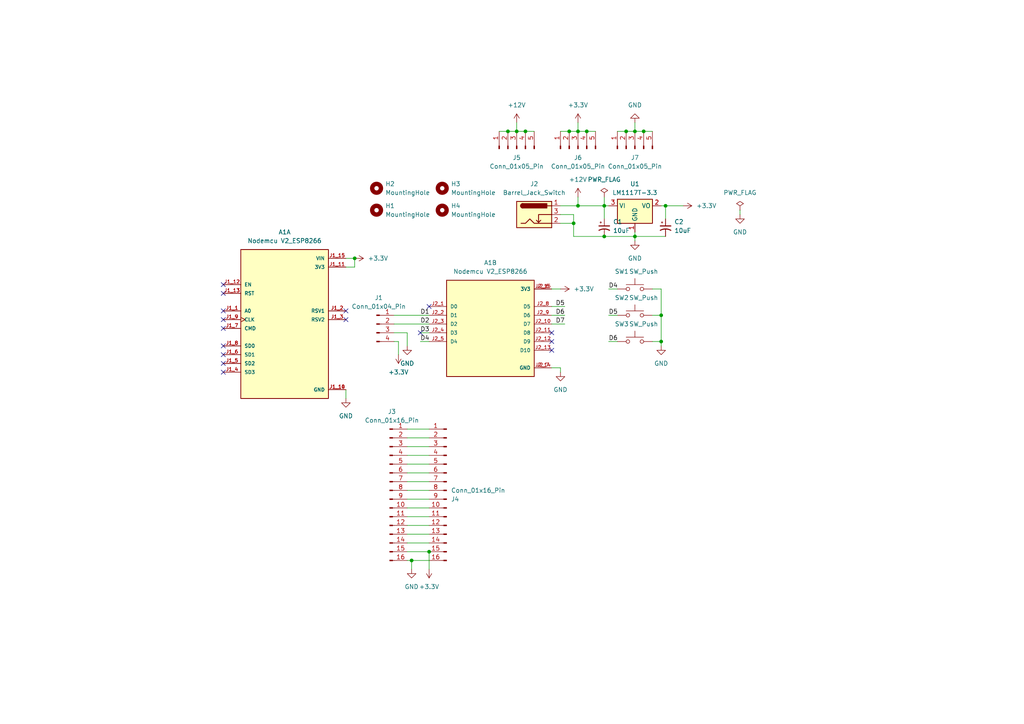
<source format=kicad_sch>
(kicad_sch (version 20230121) (generator eeschema)
  (paper "A4")
  (lib_symbols
    (symbol "Connector:Barrel_Jack_Switch" (pin_names hide)
      (property "Reference" "J" (at 0 5.334 0))
      (property "Value" "Barrel_Jack_Switch" (at 0 -5.08 0))
      (symbol "Barrel_Jack_Switch_0_1"
        (rectangle (start -5.08 3.81) (end 5.08 -3.81) (stroke (width 0.254)) (fill (type background)))
        (arc (start -3.302 3.175) (mid -3.9343 2.54) (end -3.302 1.905) (stroke (width 0.254)))
        (arc (start -3.302 3.175) (mid -3.9343 2.54) (end -3.302 1.905) (stroke (width 0.254)) (fill (type outline)))
        (polyline (pts (xy 1.27 -2.286) (xy 1.905 -1.651)) (stroke (width 0.254)))
        (polyline (pts (xy 5.08 2.54) (xy 3.81 2.54)) (stroke (width 0.254)))
        (polyline (pts (xy 5.08 0) (xy 1.27 0) (xy 1.27 -2.286) (xy 0.635 -1.651)) (stroke (width 0.254)))
        (polyline (pts (xy -3.81 -2.54) (xy -2.54 -2.54) (xy -1.27 -1.27) (xy 0 -2.54) (xy 2.54 -2.54) (xy 5.08 -2.54)) (stroke (width 0.254)))
        (rectangle (start 3.683 3.175) (end -3.302 1.905) (stroke (width 0.254)) (fill (type outline)))
      )
      (symbol "Barrel_Jack_Switch_1_1"
        (pin passive line (at 7.62 2.54 180) (length 2.54) (name "~") (number "1"))
        (pin passive line (at 7.62 -2.54 180) (length 2.54) (name "~") (number "2"))
        (pin passive line (at 7.62 0 180) (length 2.54) (name "~") (number "3"))
      )
    )
    (symbol "Connector:Conn_01x04_Pin" (pin_names (offset 1.016) hide)
      (property "Reference" "J" (at 0 5.08 0))
      (property "Value" "Conn_01x04_Pin" (at 0 -7.62 0))
      (symbol "Conn_01x04_Pin_1_1"
        (polyline (pts (xy 1.27 -5.08) (xy 0.8636 -5.08)) (stroke (width 0.1524)))
        (polyline (pts (xy 1.27 -2.54) (xy 0.8636 -2.54)) (stroke (width 0.1524)))
        (polyline (pts (xy 1.27 0) (xy 0.8636 0)) (stroke (width 0.1524)))
        (polyline (pts (xy 1.27 2.54) (xy 0.8636 2.54)) (stroke (width 0.1524)))
        (rectangle (start 0.8636 -4.953) (end 0 -5.207) (stroke (width 0.1524)) (fill (type outline)))
        (rectangle (start 0.8636 -2.413) (end 0 -2.667) (stroke (width 0.1524)) (fill (type outline)))
        (rectangle (start 0.8636 0.127) (end 0 -0.127) (stroke (width 0.1524)) (fill (type outline)))
        (rectangle (start 0.8636 2.667) (end 0 2.413) (stroke (width 0.1524)) (fill (type outline)))
        (pin passive line (at 5.08 2.54 180) (length 3.81) (name "Pin_1") (number "1"))
        (pin passive line (at 5.08 0 180) (length 3.81) (name "Pin_2") (number "2"))
        (pin passive line (at 5.08 -2.54 180) (length 3.81) (name "Pin_3") (number "3"))
        (pin passive line (at 5.08 -5.08 180) (length 3.81) (name "Pin_4") (number "4"))
      )
    )
    (symbol "Connector:Conn_01x05_Pin" (pin_names (offset 1.016) hide)
      (property "Reference" "J" (at 0 7.62 0))
      (property "Value" "Conn_01x05_Pin" (at 0 -7.62 0))
      (symbol "Conn_01x05_Pin_1_1"
        (polyline (pts (xy 1.27 -5.08) (xy 0.8636 -5.08)) (stroke (width 0.1524)))
        (polyline (pts (xy 1.27 -2.54) (xy 0.8636 -2.54)) (stroke (width 0.1524)))
        (polyline (pts (xy 1.27 0) (xy 0.8636 0)) (stroke (width 0.1524)))
        (polyline (pts (xy 1.27 2.54) (xy 0.8636 2.54)) (stroke (width 0.1524)))
        (polyline (pts (xy 1.27 5.08) (xy 0.8636 5.08)) (stroke (width 0.1524)))
        (rectangle (start 0.8636 -4.953) (end 0 -5.207) (stroke (width 0.1524)) (fill (type outline)))
        (rectangle (start 0.8636 -2.413) (end 0 -2.667) (stroke (width 0.1524)) (fill (type outline)))
        (rectangle (start 0.8636 0.127) (end 0 -0.127) (stroke (width 0.1524)) (fill (type outline)))
        (rectangle (start 0.8636 2.667) (end 0 2.413) (stroke (width 0.1524)) (fill (type outline)))
        (rectangle (start 0.8636 5.207) (end 0 4.953) (stroke (width 0.1524)) (fill (type outline)))
        (pin passive line (at 5.08 5.08 180) (length 3.81) (name "Pin_1") (number "1"))
        (pin passive line (at 5.08 2.54 180) (length 3.81) (name "Pin_2") (number "2"))
        (pin passive line (at 5.08 0 180) (length 3.81) (name "Pin_3") (number "3"))
        (pin passive line (at 5.08 -2.54 180) (length 3.81) (name "Pin_4") (number "4"))
        (pin passive line (at 5.08 -5.08 180) (length 3.81) (name "Pin_5") (number "5"))
      )
    )
    (symbol "Connector:Conn_01x16_Pin" (pin_names (offset 1.016) hide)
      (property "Reference" "J" (at 0 20.32 0))
      (property "Value" "Conn_01x16_Pin" (at 0 -22.86 0))
      (symbol "Conn_01x16_Pin_1_1"
        (polyline (pts (xy 1.27 -20.32) (xy 0.8636 -20.32)) (stroke (width 0.1524)))
        (polyline (pts (xy 1.27 -17.78) (xy 0.8636 -17.78)) (stroke (width 0.1524)))
        (polyline (pts (xy 1.27 -15.24) (xy 0.8636 -15.24)) (stroke (width 0.1524)))
        (polyline (pts (xy 1.27 -12.7) (xy 0.8636 -12.7)) (stroke (width 0.1524)))
        (polyline (pts (xy 1.27 -10.16) (xy 0.8636 -10.16)) (stroke (width 0.1524)))
        (polyline (pts (xy 1.27 -7.62) (xy 0.8636 -7.62)) (stroke (width 0.1524)))
        (polyline (pts (xy 1.27 -5.08) (xy 0.8636 -5.08)) (stroke (width 0.1524)))
        (polyline (pts (xy 1.27 -2.54) (xy 0.8636 -2.54)) (stroke (width 0.1524)))
        (polyline (pts (xy 1.27 0) (xy 0.8636 0)) (stroke (width 0.1524)))
        (polyline (pts (xy 1.27 2.54) (xy 0.8636 2.54)) (stroke (width 0.1524)))
        (polyline (pts (xy 1.27 5.08) (xy 0.8636 5.08)) (stroke (width 0.1524)))
        (polyline (pts (xy 1.27 7.62) (xy 0.8636 7.62)) (stroke (width 0.1524)))
        (polyline (pts (xy 1.27 10.16) (xy 0.8636 10.16)) (stroke (width 0.1524)))
        (polyline (pts (xy 1.27 12.7) (xy 0.8636 12.7)) (stroke (width 0.1524)))
        (polyline (pts (xy 1.27 15.24) (xy 0.8636 15.24)) (stroke (width 0.1524)))
        (polyline (pts (xy 1.27 17.78) (xy 0.8636 17.78)) (stroke (width 0.1524)))
        (rectangle (start 0.8636 -20.193) (end 0 -20.447) (stroke (width 0.1524)) (fill (type outline)))
        (rectangle (start 0.8636 -17.653) (end 0 -17.907) (stroke (width 0.1524)) (fill (type outline)))
        (rectangle (start 0.8636 -15.113) (end 0 -15.367) (stroke (width 0.1524)) (fill (type outline)))
        (rectangle (start 0.8636 -12.573) (end 0 -12.827) (stroke (width 0.1524)) (fill (type outline)))
        (rectangle (start 0.8636 -10.033) (end 0 -10.287) (stroke (width 0.1524)) (fill (type outline)))
        (rectangle (start 0.8636 -7.493) (end 0 -7.747) (stroke (width 0.1524)) (fill (type outline)))
        (rectangle (start 0.8636 -4.953) (end 0 -5.207) (stroke (width 0.1524)) (fill (type outline)))
        (rectangle (start 0.8636 -2.413) (end 0 -2.667) (stroke (width 0.1524)) (fill (type outline)))
        (rectangle (start 0.8636 0.127) (end 0 -0.127) (stroke (width 0.1524)) (fill (type outline)))
        (rectangle (start 0.8636 2.667) (end 0 2.413) (stroke (width 0.1524)) (fill (type outline)))
        (rectangle (start 0.8636 5.207) (end 0 4.953) (stroke (width 0.1524)) (fill (type outline)))
        (rectangle (start 0.8636 7.747) (end 0 7.493) (stroke (width 0.1524)) (fill (type outline)))
        (rectangle (start 0.8636 10.287) (end 0 10.033) (stroke (width 0.1524)) (fill (type outline)))
        (rectangle (start 0.8636 12.827) (end 0 12.573) (stroke (width 0.1524)) (fill (type outline)))
        (rectangle (start 0.8636 15.367) (end 0 15.113) (stroke (width 0.1524)) (fill (type outline)))
        (rectangle (start 0.8636 17.907) (end 0 17.653) (stroke (width 0.1524)) (fill (type outline)))
        (pin passive line (at 5.08 17.78 180) (length 3.81) (name "Pin_1") (number "1"))
        (pin passive line (at 5.08 -5.08 180) (length 3.81) (name "Pin_10") (number "10"))
        (pin passive line (at 5.08 -7.62 180) (length 3.81) (name "Pin_11") (number "11"))
        (pin passive line (at 5.08 -10.16 180) (length 3.81) (name "Pin_12") (number "12"))
        (pin passive line (at 5.08 -12.7 180) (length 3.81) (name "Pin_13") (number "13"))
        (pin passive line (at 5.08 -15.24 180) (length 3.81) (name "Pin_14") (number "14"))
        (pin passive line (at 5.08 -17.78 180) (length 3.81) (name "Pin_15") (number "15"))
        (pin passive line (at 5.08 -20.32 180) (length 3.81) (name "Pin_16") (number "16"))
        (pin passive line (at 5.08 15.24 180) (length 3.81) (name "Pin_2") (number "2"))
        (pin passive line (at 5.08 12.7 180) (length 3.81) (name "Pin_3") (number "3"))
        (pin passive line (at 5.08 10.16 180) (length 3.81) (name "Pin_4") (number "4"))
        (pin passive line (at 5.08 7.62 180) (length 3.81) (name "Pin_5") (number "5"))
        (pin passive line (at 5.08 5.08 180) (length 3.81) (name "Pin_6") (number "6"))
        (pin passive line (at 5.08 2.54 180) (length 3.81) (name "Pin_7") (number "7"))
        (pin passive line (at 5.08 0 180) (length 3.81) (name "Pin_8") (number "8"))
        (pin passive line (at 5.08 -2.54 180) (length 3.81) (name "Pin_9") (number "9"))
      )
    )
    (symbol "Device:C_Polarized_Small_US" (pin_numbers hide) (pin_names (offset 0.254) hide)
      (property "Reference" "C" (at 0.254 1.778 0))
      (property "Value" "C_Polarized_Small_US" (at 0.254 -2.032 0))
      (symbol "C_Polarized_Small_US_0_1"
        (polyline (pts (xy -1.524 0.508) (xy 1.524 0.508)) (stroke (width 0.3048)))
        (polyline (pts (xy -1.27 1.524) (xy -0.762 1.524)))
        (polyline (pts (xy -1.016 1.27) (xy -1.016 1.778)))
        (arc (start 1.524 -0.762) (mid 0 -0.3734) (end -1.524 -0.762) (stroke (width 0.3048)))
      )
      (symbol "C_Polarized_Small_US_1_1"
        (pin passive line (at 0 2.54 270) (length 2.032) (name "~") (number "1"))
        (pin passive line (at 0 -2.54 90) (length 2.032) (name "~") (number "2"))
      )
    )
    (symbol "Mechanical:MountingHole" (pin_names (offset 1.016))
      (property "Reference" "H" (at 0 5.08 0))
      (property "Value" "MountingHole" (at 0 3.175 0))
      (symbol "MountingHole_0_1"
        (circle (center 0 0) (radius 1.27) (stroke (width 1.27)))
      )
    )
    (symbol "PCM_Espressif:Nodemcu V2_ESP8266" (pin_names (offset 1.016))
      (property "Reference" "A" (at -12.7 21.59 0))
      (property "Value" "Nodemcu V2_ESP8266" (at -12.7 -24.13 0))
      (symbol "Nodemcu V2_ESP8266_1_0"
        (rectangle (start -12.7 -22.86) (end 12.7 20.32) (stroke (width 0.254)) (fill (type background)))
        (pin bidirectional line (at -17.78 2.54 0) (length 5.08) (name "A0") (number "J1_1"))
        (pin power_in line (at 17.78 -20.32 180) (length 5.08) (name "GND") (number "J1_10"))
        (pin power_in line (at 17.78 15.24 180) (length 5.08) (name "3V3") (number "J1_11"))
        (pin input line (at -17.78 10.16 0) (length 5.08) (name "EN") (number "J1_12"))
        (pin input line (at -17.78 7.62 0) (length 5.08) (name "RST") (number "J1_13"))
        (pin power_in line (at 17.78 -20.32 180) (length 5.08) (name "GND") (number "J1_14"))
        (pin power_in line (at 17.78 17.78 180) (length 5.08) (name "VIN") (number "J1_15"))
        (pin bidirectional line (at 17.78 2.54 180) (length 5.08) (name "RSV1") (number "J1_2"))
        (pin bidirectional line (at 17.78 0 180) (length 5.08) (name "RSV2") (number "J1_3"))
        (pin bidirectional line (at -17.78 -15.24 0) (length 5.08) (name "SD3") (number "J1_4"))
        (pin bidirectional line (at -17.78 -12.7 0) (length 5.08) (name "SD2") (number "J1_5"))
        (pin bidirectional line (at -17.78 -10.16 0) (length 5.08) (name "SD1") (number "J1_6"))
        (pin bidirectional line (at -17.78 -2.54 0) (length 5.08) (name "CMD") (number "J1_7"))
        (pin bidirectional line (at -17.78 -7.62 0) (length 5.08) (name "SD0") (number "J1_8"))
        (pin bidirectional clock (at -17.78 0 0) (length 5.08) (name "CLK") (number "J1_9"))
      )
      (symbol "Nodemcu V2_ESP8266_2_0"
        (rectangle (start -12.7 -15.24) (end 12.7 12.7) (stroke (width 0.254)) (fill (type background)))
        (pin bidirectional line (at -17.78 5.08 0) (length 5.08) (name "D0") (number "J2_1"))
        (pin bidirectional line (at 17.78 0 180) (length 5.08) (name "D7") (number "J2_10"))
        (pin bidirectional line (at 17.78 -2.54 180) (length 5.08) (name "D8") (number "J2_11"))
        (pin bidirectional line (at 17.78 -5.08 180) (length 5.08) (name "D9") (number "J2_12"))
        (pin bidirectional line (at 17.78 -7.62 180) (length 5.08) (name "D10") (number "J2_13"))
        (pin power_in line (at 17.78 -12.7 180) (length 5.08) (name "GND") (number "J2_14"))
        (pin power_in line (at 17.78 10.16 180) (length 5.08) (name "3V3") (number "J2_15"))
        (pin bidirectional line (at -17.78 2.54 0) (length 5.08) (name "D1") (number "J2_2"))
        (pin bidirectional line (at -17.78 0 0) (length 5.08) (name "D2") (number "J2_3"))
        (pin bidirectional line (at -17.78 -2.54 0) (length 5.08) (name "D3") (number "J2_4"))
        (pin bidirectional line (at -17.78 -5.08 0) (length 5.08) (name "D4") (number "J2_5"))
        (pin power_in line (at 17.78 10.16 180) (length 5.08) (name "3V3") (number "J2_6"))
        (pin power_in line (at 17.78 -12.7 180) (length 5.08) (name "GND") (number "J2_7"))
        (pin bidirectional line (at 17.78 5.08 180) (length 5.08) (name "D5") (number "J2_8"))
        (pin bidirectional line (at 17.78 2.54 180) (length 5.08) (name "D6") (number "J2_9"))
      )
    )
    (symbol "Regulator_Linear:LM1117T-3.3"
      (property "Reference" "U" (at -3.81 3.175 0))
      (property "Value" "LM1117T-3.3" (at 0 3.175 0))
      (symbol "LM1117T-3.3_0_1"
        (rectangle (start -5.08 -5.08) (end 5.08 1.905) (stroke (width 0.254)) (fill (type background)))
      )
      (symbol "LM1117T-3.3_1_1"
        (pin power_in line (at 0 -7.62 90) (length 2.54) (name "GND") (number "1"))
        (pin power_out line (at 7.62 0 180) (length 2.54) (name "VO") (number "2"))
        (pin power_in line (at -7.62 0 0) (length 2.54) (name "VI") (number "3"))
      )
    )
    (symbol "Switch:SW_Push" (pin_numbers hide) (pin_names (offset 1.016) hide)
      (property "Reference" "SW" (at 1.27 2.54 0))
      (property "Value" "SW_Push" (at 0 -1.524 0))
      (symbol "SW_Push_0_1"
        (circle (center -2.032 0) (radius 0.508))
        (polyline (pts (xy 0 1.27) (xy 0 3.048)))
        (polyline (pts (xy 2.54 1.27) (xy -2.54 1.27)))
        (circle (center 2.032 0) (radius 0.508))
        (pin passive line (at -5.08 0 0) (length 2.54) (name "1") (number "1"))
        (pin passive line (at 5.08 0 180) (length 2.54) (name "2") (number "2"))
      )
    )
    (symbol "power:+12V" (power) (pin_names (offset 0))
      (property "Value" "+12V" (at 0 3.556 0))
      (symbol "+12V_0_1"
        (polyline (pts (xy -0.762 1.27) (xy 0 2.54)))
        (polyline (pts (xy 0 0) (xy 0 2.54)))
        (polyline (pts (xy 0 2.54) (xy 0.762 1.27)))
      )
      (symbol "+12V_1_1"
        (pin power_in line (at 0 0 90) (length 0) hide (name "+12V") (number "1"))
      )
    )
    (symbol "power:+3.3V" (power) (pin_names (offset 0))
      (property "Value" "+3.3V" (at 0 3.556 0))
      (symbol "+3.3V_0_1"
        (polyline (pts (xy -0.762 1.27) (xy 0 2.54)))
        (polyline (pts (xy 0 0) (xy 0 2.54)))
        (polyline (pts (xy 0 2.54) (xy 0.762 1.27)))
      )
      (symbol "+3.3V_1_1"
        (pin power_in line (at 0 0 90) (length 0) hide (name "+3.3V") (number "1"))
      )
    )
    (symbol "power:GND" (power) (pin_names (offset 0))
      (property "Value" "GND" (at 0 -3.81 0))
      (symbol "GND_0_1"
        (polyline (pts (xy 0 0) (xy 0 -1.27) (xy 1.27 -1.27) (xy 0 -2.54) (xy -1.27 -1.27) (xy 0 -1.27)))
      )
      (symbol "GND_1_1"
        (pin power_in line (at 0 0 270) (length 0) hide (name "GND") (number "1"))
      )
    )
    (symbol "power:PWR_FLAG" (power) (pin_numbers hide) (pin_names (offset 0) hide)
      (property "Value" "PWR_FLAG" (at 0 3.81 0))
      (symbol "PWR_FLAG_0_0"
        (pin power_out line (at 0 0 90) (length 0) (name "pwr") (number "1"))
      )
      (symbol "PWR_FLAG_0_1"
        (polyline (pts (xy 0 0) (xy 0 1.27) (xy -1.016 1.905) (xy 0 2.54) (xy 1.016 1.905) (xy 0 1.27)))
      )
    )
  )
  (junction (at 152.4 38.1))
  (junction (at 165.1 38.1))
  (junction (at 119.38 162.56))
  (junction (at 175.26 59.69))
  (junction (at 102.87 74.93))
  (junction (at 147.32 38.1))
  (junction (at 167.64 59.69))
  (junction (at 193.04 59.69))
  (junction (at 166.37 64.77))
  (junction (at 191.77 91.44))
  (junction (at 167.64 38.1))
  (junction (at 191.77 99.06))
  (junction (at 149.86 38.1))
  (junction (at 184.15 38.1))
  (junction (at 170.18 38.1))
  (junction (at 124.46 160.02))
  (junction (at 181.61 38.1))
  (junction (at 184.15 68.58))
  (junction (at 175.26 68.58))
  (junction (at 186.69 38.1))
  (no_connect (at 160.02 99.06))
  (no_connect (at 160.02 101.6))
  (no_connect (at 64.77 85.09))
  (no_connect (at 160.02 96.52))
  (no_connect (at 64.77 92.71))
  (no_connect (at 64.77 100.33))
  (no_connect (at 100.33 92.71))
  (no_connect (at 64.77 105.41))
  (no_connect (at 64.77 82.55))
  (no_connect (at 64.77 102.87))
  (no_connect (at 124.46 88.9))
  (no_connect (at 64.77 90.17))
  (no_connect (at 64.77 95.25))
  (no_connect (at 64.77 107.95))
  (no_connect (at 100.33 90.17))
  (no_connect (at 121.92 96.52))
  (wire (pts (xy 102.87 77.47) (xy 102.87 74.93)))
  (wire (pts (xy 184.15 38.1) (xy 186.69 38.1)))
  (wire (pts (xy 186.69 38.1) (xy 189.23 38.1)))
  (wire (pts (xy 149.86 38.1) (xy 152.4 38.1)))
  (wire (pts (xy 118.11 149.86) (xy 124.46 149.86)))
  (wire (pts (xy 167.64 38.1) (xy 170.18 38.1)))
  (wire (pts (xy 176.53 91.44) (xy 179.07 91.44)))
  (wire (pts (xy 170.18 38.1) (xy 172.72 38.1)))
  (wire (pts (xy 184.15 35.56) (xy 184.15 38.1)))
  (wire (pts (xy 124.46 160.02) (xy 124.46 165.1)))
  (wire (pts (xy 118.11 137.16) (xy 124.46 137.16)))
  (wire (pts (xy 214.63 60.96) (xy 214.63 62.23)))
  (wire (pts (xy 162.56 62.23) (xy 166.37 62.23)))
  (wire (pts (xy 176.53 99.06) (xy 179.07 99.06)))
  (wire (pts (xy 184.15 68.58) (xy 193.04 68.58)))
  (wire (pts (xy 179.07 38.1) (xy 181.61 38.1)))
  (wire (pts (xy 191.77 91.44) (xy 191.77 99.06)))
  (wire (pts (xy 167.64 57.15) (xy 167.64 59.69)))
  (wire (pts (xy 100.33 113.03) (xy 100.33 115.57)))
  (wire (pts (xy 162.56 38.1) (xy 165.1 38.1)))
  (wire (pts (xy 114.3 91.44) (xy 124.46 91.44)))
  (wire (pts (xy 189.23 91.44) (xy 191.77 91.44)))
  (wire (pts (xy 118.11 157.48) (xy 124.46 157.48)))
  (wire (pts (xy 118.11 124.46) (xy 124.46 124.46)))
  (wire (pts (xy 114.3 93.98) (xy 124.46 93.98)))
  (wire (pts (xy 189.23 83.82) (xy 191.77 83.82)))
  (wire (pts (xy 184.15 68.58) (xy 184.15 69.85)))
  (wire (pts (xy 118.11 147.32) (xy 124.46 147.32)))
  (wire (pts (xy 121.92 99.06) (xy 124.46 99.06)))
  (wire (pts (xy 118.11 132.08) (xy 124.46 132.08)))
  (wire (pts (xy 184.15 67.31) (xy 184.15 68.58)))
  (wire (pts (xy 149.86 35.56) (xy 149.86 38.1)))
  (wire (pts (xy 144.78 38.1) (xy 147.32 38.1)))
  (wire (pts (xy 193.04 63.5) (xy 193.04 59.69)))
  (wire (pts (xy 114.3 99.06) (xy 115.57 99.06)))
  (wire (pts (xy 160.02 91.44) (xy 163.83 91.44)))
  (wire (pts (xy 165.1 38.1) (xy 167.64 38.1)))
  (wire (pts (xy 181.61 38.1) (xy 184.15 38.1)))
  (wire (pts (xy 191.77 83.82) (xy 191.77 91.44)))
  (wire (pts (xy 160.02 93.98) (xy 163.83 93.98)))
  (wire (pts (xy 189.23 99.06) (xy 191.77 99.06)))
  (wire (pts (xy 118.11 144.78) (xy 124.46 144.78)))
  (wire (pts (xy 118.11 142.24) (xy 124.46 142.24)))
  (wire (pts (xy 162.56 106.68) (xy 162.56 107.95)))
  (wire (pts (xy 176.53 83.82) (xy 179.07 83.82)))
  (wire (pts (xy 191.77 99.06) (xy 191.77 100.33)))
  (wire (pts (xy 147.32 38.1) (xy 149.86 38.1)))
  (wire (pts (xy 118.11 127) (xy 124.46 127)))
  (wire (pts (xy 160.02 106.68) (xy 162.56 106.68)))
  (wire (pts (xy 119.38 162.56) (xy 124.46 162.56)))
  (wire (pts (xy 118.11 154.94) (xy 124.46 154.94)))
  (wire (pts (xy 176.53 59.69) (xy 175.26 59.69)))
  (wire (pts (xy 121.92 96.52) (xy 124.46 96.52)))
  (wire (pts (xy 167.64 59.69) (xy 175.26 59.69)))
  (wire (pts (xy 166.37 68.58) (xy 175.26 68.58)))
  (wire (pts (xy 100.33 77.47) (xy 102.87 77.47)))
  (wire (pts (xy 118.11 134.62) (xy 124.46 134.62)))
  (wire (pts (xy 175.26 59.69) (xy 175.26 63.5)))
  (wire (pts (xy 119.38 162.56) (xy 119.38 165.1)))
  (wire (pts (xy 193.04 59.69) (xy 198.12 59.69)))
  (wire (pts (xy 118.11 162.56) (xy 119.38 162.56)))
  (wire (pts (xy 160.02 83.82) (xy 162.56 83.82)))
  (wire (pts (xy 118.11 160.02) (xy 124.46 160.02)))
  (wire (pts (xy 162.56 59.69) (xy 167.64 59.69)))
  (wire (pts (xy 191.77 59.69) (xy 193.04 59.69)))
  (wire (pts (xy 118.11 139.7) (xy 124.46 139.7)))
  (wire (pts (xy 167.64 35.56) (xy 167.64 38.1)))
  (wire (pts (xy 175.26 57.15) (xy 175.26 59.69)))
  (wire (pts (xy 115.57 99.06) (xy 115.57 102.87)))
  (wire (pts (xy 114.3 96.52) (xy 118.11 96.52)))
  (wire (pts (xy 166.37 64.77) (xy 166.37 68.58)))
  (wire (pts (xy 166.37 62.23) (xy 166.37 64.77)))
  (wire (pts (xy 100.33 74.93) (xy 102.87 74.93)))
  (wire (pts (xy 118.11 96.52) (xy 118.11 100.33)))
  (wire (pts (xy 118.11 129.54) (xy 124.46 129.54)))
  (wire (pts (xy 160.02 88.9) (xy 163.83 88.9)))
  (wire (pts (xy 162.56 64.77) (xy 166.37 64.77)))
  (wire (pts (xy 118.11 152.4) (xy 124.46 152.4)))
  (wire (pts (xy 152.4 38.1) (xy 154.94 38.1)))
  (wire (pts (xy 175.26 68.58) (xy 184.15 68.58)))
  (label "D5" (at 176.53 91.44 0))
  (label "D1" (at 121.92 91.44 0))
  (label "D6" (at 176.53 99.06 0))
  (label "D2" (at 121.92 93.98 0))
  (label "D5" (at 163.83 88.9 180))
  (label "D6" (at 163.83 91.44 180))
  (label "D3" (at 121.92 96.52 0))
  (label "D4" (at 121.92 99.06 0))
  (label "D4" (at 176.53 83.82 0))
  (label "D7" (at 163.83 93.98 180))
  (symbol (lib_id "Connector:Conn_01x05_Pin") (at 149.86 43.18 90) (unit 1)
    (property "Reference" "J5" (at 149.86 45.72 90))
    (property "Value" "Conn_01x05_Pin" (at 149.86 48.26 90))
    (property "Footprint" "Connector_PinHeader_2.54mm:PinHeader_1x05_P2.54mm_Vertical" (effects hide))
  )
  (symbol (lib_id "Connector:Barrel_Jack_Switch") (at 154.94 62.23 0) (unit 1)
    (property "Reference" "J2" (at 154.94 53.34 0))
    (property "Value" "Barrel_Jack_Switch" (at 154.94 55.88 0))
    (property "Footprint" "Connector_BarrelJack:BarrelJack_Horizontal" (effects hide))
  )
  (symbol (lib_id "Connector:Conn_01x05_Pin") (at 167.64 43.18 90) (unit 1)
    (property "Reference" "J6" (at 167.64 45.72 90))
    (property "Value" "Conn_01x05_Pin" (at 167.64 48.26 90))
    (property "Footprint" "Connector_PinHeader_2.54mm:PinHeader_1x05_P2.54mm_Vertical" (effects hide))
  )
  (symbol (lib_id "Switch:SW_Push") (at 184.15 99.06 0) (unit 1)
    (property "Reference" "SW3" (at 180.34 93.98 0))
    (property "Value" "SW_Push" (at 186.69 93.98 0))
    (property "Footprint" "Button_Switch_THT:SW_PUSH_6mm_H4.3mm" (effects hide))
  )
  (symbol (lib_id "power:+12V") (at 167.64 57.15 0) (unit 1)
    (property "Reference" "#PWR07" (effects hide))
    (property "Value" "+12V" (at 167.64 52.07 0))
  )
  (symbol (lib_id "power:GND") (at 119.38 165.1 0) (unit 1)
    (property "Reference" "#PWR015" (effects hide))
    (property "Value" "GND" (at 119.38 170.18 0))
  )
  (symbol (lib_id "PCM_Espressif:Nodemcu V2_ESP8266") (at 82.55 92.71 0) (unit 1)
    (property "Reference" "A1" (at 82.55 67.31 0))
    (property "Value" "Nodemcu V2_ESP8266" (at 82.55 69.85 0))
    (property "Footprint" "PCM_Espressif:Nodemcu V2_ESP8266" (effects hide))
    (property "PARTREV" "N/A" (effects hide))
    (property "STANDARD" "Manufacturer Recommendations" (effects hide))
    (property "MAXIMUM_PACKAGE_HEIGHT" "N/A" (effects hide))
    (property "MANUFACTURER" "Seeed" (effects hide))
  )
  (symbol (lib_id "power:GND") (at 184.15 35.56 180) (unit 1)
    (property "Reference" "#PWR014" (effects hide))
    (property "Value" "GND" (at 184.15 30.48 0))
  )
  (symbol (lib_id "power:GND") (at 191.77 100.33 0) (unit 1)
    (property "Reference" "#PWR09" (effects hide))
    (property "Value" "GND" (at 191.77 105.41 0))
  )
  (symbol (lib_id "Connector:Conn_01x04_Pin") (at 109.22 93.98 0) (unit 1)
    (property "Reference" "J1" (at 109.855 86.36 0))
    (property "Value" "Conn_01x04_Pin" (at 109.855 88.9 0))
    (property "Footprint" "Connector_PinHeader_2.54mm:PinHeader_1x04_P2.54mm_Vertical" (effects hide))
  )
  (symbol (lib_id "Mechanical:MountingHole") (at 128.27 54.61 0) (unit 1)
    (property "Reference" "H3" (at 130.81 53.3399 0) (effects (justify left)))
    (property "Value" "MountingHole" (at 130.81 55.8799 0) (effects (justify left)))
    (property "Footprint" "MountingHole:MountingHole_3.2mm_M3" (effects hide))
  )
  (symbol (lib_id "power:GND") (at 118.11 100.33 0) (unit 1)
    (property "Reference" "#PWR04" (effects hide))
    (property "Value" "GND" (at 118.11 105.41 0))
  )
  (symbol (lib_id "Switch:SW_Push") (at 184.15 91.44 0) (unit 1)
    (property "Reference" "SW2" (at 180.34 86.36 0))
    (property "Value" "SW_Push" (at 186.69 86.36 0))
    (property "Footprint" "Button_Switch_THT:SW_PUSH_6mm_H4.3mm" (effects hide))
  )
  (symbol (lib_id "power:+12V") (at 149.86 35.56 0) (unit 1)
    (property "Reference" "#PWR011" (effects hide))
    (property "Value" "+12V" (at 149.86 30.48 0))
  )
  (symbol (lib_id "power:+3.3V") (at 167.64 35.56 0) (unit 1)
    (property "Reference" "#PWR012" (effects hide))
    (property "Value" "+3.3V" (at 167.64 30.48 0))
  )
  (symbol (lib_id "power:+3.3V") (at 124.46 165.1 180) (unit 1)
    (property "Reference" "#PWR016" (effects hide))
    (property "Value" "+3.3V" (at 124.46 170.18 0))
  )
  (symbol (lib_id "Mechanical:MountingHole") (at 109.22 54.61 0) (unit 1)
    (property "Reference" "H2" (at 111.76 53.3399 0) (effects (justify left)))
    (property "Value" "MountingHole" (at 111.76 55.8799 0) (effects (justify left)))
    (property "Footprint" "MountingHole:MountingHole_3.2mm_M3" (effects hide))
  )
  (symbol (lib_id "power:+3.3V") (at 102.87 74.93 270) (unit 1)
    (property "Reference" "#PWR02" (effects hide))
    (property "Value" "+3.3V" (at 106.68 74.9299 90) (effects (justify left)))
  )
  (symbol (lib_id "Device:C_Polarized_Small_US") (at 175.26 66.04 0) (unit 1)
    (property "Reference" "C1" (at 177.8 64.3381 0) (effects (justify left)))
    (property "Value" "10uF" (at 177.8 66.8781 0) (effects (justify left)))
    (property "Footprint" "Capacitor_THT:CP_Radial_D4.0mm_P2.00mm" (effects hide))
  )
  (symbol (lib_id "Connector:Conn_01x16_Pin") (at 129.54 142.24 0) (mirror y) (unit 1)
    (property "Reference" "J4" (at 130.81 144.78 0) (effects (justify right)))
    (property "Value" "Conn_01x16_Pin" (at 130.81 142.24 0) (effects (justify right)))
    (property "Footprint" "Connector_PinHeader_2.54mm:PinHeader_1x16_P2.54mm_Vertical" (effects hide))
  )
  (symbol (lib_id "power:GND") (at 184.15 69.85 0) (unit 1)
    (property "Reference" "#PWR08" (effects hide))
    (property "Value" "GND" (at 184.15 74.93 0))
  )
  (symbol (lib_id "power:+3.3V") (at 198.12 59.69 270) (unit 1)
    (property "Reference" "#PWR010" (effects hide))
    (property "Value" "+3.3V" (at 201.93 59.6899 90) (effects (justify left)))
  )
  (symbol (lib_id "power:PWR_FLAG") (at 175.26 57.15 0) (unit 1)
    (property "Reference" "#FLG01" (effects hide))
    (property "Value" "PWR_FLAG" (at 175.26 52.07 0))
  )
  (symbol (lib_id "Connector:Conn_01x05_Pin") (at 184.15 43.18 90) (unit 1)
    (property "Reference" "J7" (at 184.15 45.72 90))
    (property "Value" "Conn_01x05_Pin" (at 184.15 48.26 90))
    (property "Footprint" "Connector_PinHeader_2.54mm:PinHeader_1x05_P2.54mm_Vertical" (effects hide))
  )
  (symbol (lib_id "Switch:SW_Push") (at 184.15 83.82 0) (unit 1)
    (property "Reference" "SW1" (at 180.34 78.74 0))
    (property "Value" "SW_Push" (at 186.69 78.74 0))
    (property "Footprint" "Button_Switch_THT:SW_PUSH_6mm_H4.3mm" (effects hide))
  )
  (symbol (lib_id "power:GND") (at 214.63 62.23 0) (unit 1)
    (property "Reference" "#PWR013" (effects hide))
    (property "Value" "GND" (at 214.63 67.31 0))
  )
  (symbol (lib_id "power:+3.3V") (at 162.56 83.82 270) (unit 1)
    (property "Reference" "#PWR05" (effects hide))
    (property "Value" "+3.3V" (at 166.37 83.8199 90) (effects (justify left)))
  )
  (symbol (lib_id "Regulator_Linear:LM1117T-3.3") (at 184.15 59.69 0) (unit 1)
    (property "Reference" "U1" (at 184.15 53.34 0))
    (property "Value" "LM1117T-3.3" (at 184.15 55.88 0))
    (property "Footprint" "Package_TO_SOT_THT:TO-220-3_Horizontal_TabDown" (effects hide))
    (property "Datasheet" "http://www.ti.com/lit/ds/symlink/lm1117.pdf" (effects hide))
  )
  (symbol (lib_id "power:GND") (at 162.56 107.95 0) (unit 1)
    (property "Reference" "#PWR06" (effects hide))
    (property "Value" "GND" (at 162.56 113.03 0))
  )
  (symbol (lib_id "Connector:Conn_01x16_Pin") (at 113.03 142.24 0) (unit 1)
    (property "Reference" "J3" (at 113.665 119.38 0))
    (property "Value" "Conn_01x16_Pin" (at 113.665 121.92 0))
    (property "Footprint" "Connector_PinHeader_2.54mm:PinHeader_1x16_P2.54mm_Vertical" (effects hide))
  )
  (symbol (lib_id "power:+3.3V") (at 115.57 102.87 180) (unit 1)
    (property "Reference" "#PWR03" (effects hide))
    (property "Value" "+3.3V" (at 115.57 107.95 0))
  )
  (symbol (lib_id "Device:C_Polarized_Small_US") (at 193.04 66.04 0) (unit 1)
    (property "Reference" "C2" (at 195.58 64.3381 0) (effects (justify left)))
    (property "Value" "10uF" (at 195.58 66.8781 0) (effects (justify left)))
    (property "Footprint" "Capacitor_THT:CP_Radial_D4.0mm_P2.00mm" (effects hide))
  )
  (symbol (lib_id "Mechanical:MountingHole") (at 128.27 60.96 0) (unit 1)
    (property "Reference" "H4" (at 130.81 59.6899 0) (effects (justify left)))
    (property "Value" "MountingHole" (at 130.81 62.2299 0) (effects (justify left)))
    (property "Footprint" "MountingHole:MountingHole_3.2mm_M3" (effects hide))
  )
  (symbol (lib_id "Mechanical:MountingHole") (at 109.22 60.96 0) (unit 1)
    (property "Reference" "H1" (at 111.76 59.6899 0) (effects (justify left)))
    (property "Value" "MountingHole" (at 111.76 62.2299 0) (effects (justify left)))
    (property "Footprint" "MountingHole:MountingHole_3.2mm_M3" (effects hide))
  )
  (symbol (lib_id "PCM_Espressif:Nodemcu V2_ESP8266") (at 142.24 93.98 0) (unit 2)
    (property "Reference" "A1" (at 142.24 76.2 0))
    (property "Value" "Nodemcu V2_ESP8266" (at 142.24 78.74 0))
    (property "Footprint" "PCM_Espressif:Nodemcu V2_ESP8266" (effects hide))
    (property "PARTREV" "N/A" (effects hide))
    (property "STANDARD" "Manufacturer Recommendations" (effects hide))
    (property "MAXIMUM_PACKAGE_HEIGHT" "N/A" (effects hide))
    (property "MANUFACTURER" "Seeed" (effects hide))
  )
  (symbol (lib_id "power:GND") (at 100.33 115.57 0) (unit 1)
    (property "Reference" "#PWR01" (effects hide))
    (property "Value" "GND" (at 100.33 120.65 0))
  )
  (symbol (lib_id "power:PWR_FLAG") (at 214.63 60.96 0) (unit 1)
    (property "Reference" "#FLG02" (effects hide))
    (property "Value" "PWR_FLAG" (at 214.63 55.88 0))
  )
)
</source>
